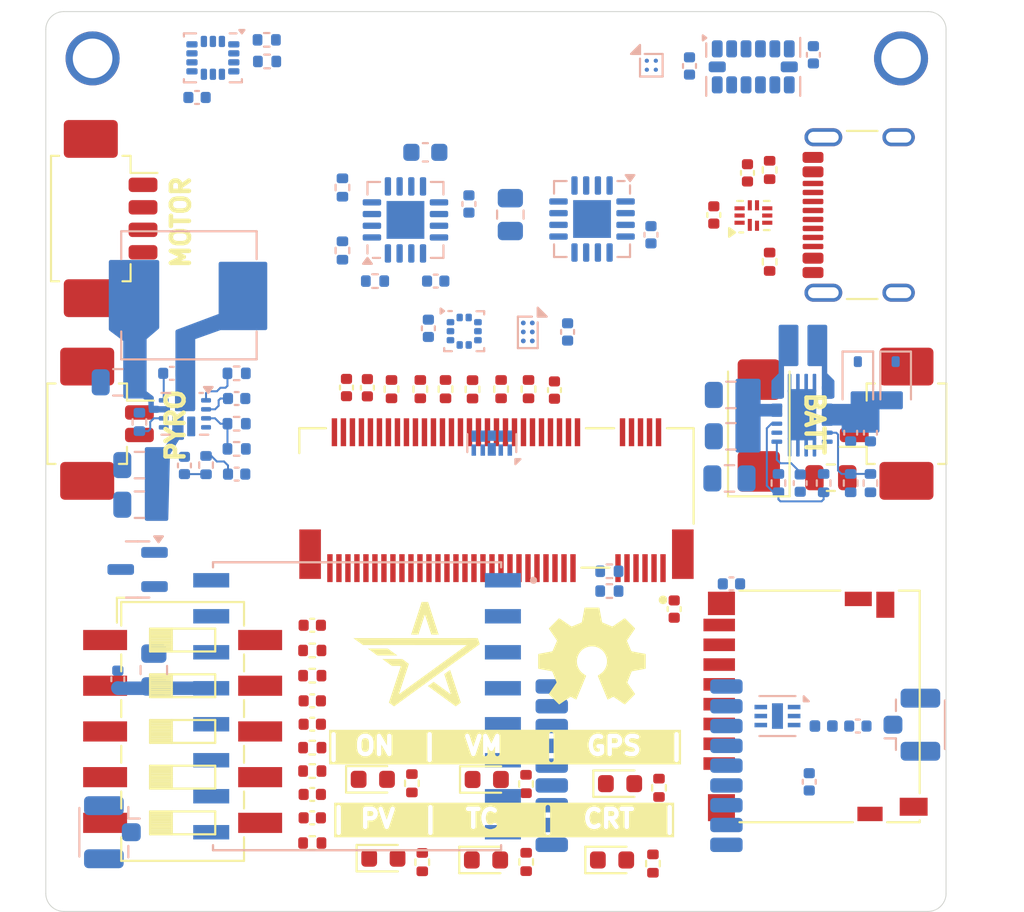
<source format=kicad_pcb>
(kicad_pcb (version 20240108) (generator "pcbnew") (generator_version "8.0")
  (layers (0 "F.Cu" signal) (1 "In1.Cu" signal) (2 "In2.Cu" signal) (3 "In3.Cu" signal) (4 "In4.Cu" signal) (5 "In5.Cu" signal) (6 "In6.Cu" signal) (31 "B.Cu" signal) (34 "B.Paste" user) (35 "F.Paste" user) (36 "B.SilkS" user "B.Silkscreen") (37 "F.SilkS" user "F.Silkscreen") (38 "B.Mask" user) (39 "F.Mask" user) (44 "Edge.Cuts" user))
  (net 0 "")
  (net 1 "+3.3V")
  (net 2 "Net-(U205-VINT)")
  (net 3 "/STM32/LORA-")
  (net 4 "Net-(U205-VCP)")
  (net 5 "Vm")
  (net 6 "Net-(J301-SHIELD)")
  (net 7 "Net-(J601-SHIELD)")
  (net 8 "Net-(D201-A)")
  (net 9 "Net-(D201-K)")
  (net 10 "Net-(D202-A)")
  (net 11 "Net-(D202-K)")
  (net 12 "Net-(D203-K)")
  (net 13 "Net-(D203-A)")
  (net 14 "+BATT")
  (net 15 "+5Vbus")
  (net 16 "/STM32/PYRO-")
  (net 20 "Net-(J601-CC1)")
  (net 21 "/Power Stage/USB_D-")
  (net 22 "/Power Stage/USB_D+")
  (net 24 "Net-(J601-CC2)")
  (net 25 "STM32_VBATT_SENSE")
  (net 26 "Net-(L601-Pad2)")
  (net 27 "Net-(L601-Pad1)")
  (net 28 "Net-(J201-Pin_1)")
  (net 29 "+3.3V RF")
  (net 30 "Net-(U201-SDX)")
  (net 31 "Net-(U201-SCX)")
  (net 32 "Net-(U205-BISEN)")
  (net 33 "Net-(U205-AISEN)")
  (net 34 "Net-(U205-~{SLEEP})")
  (net 39 "STM32_BOOT")
  (net 40 "STM32_RST")
  (net 46 "Net-(D603A-K)")
  (net 47 "Net-(U605-VINA)")
  (net 48 "Net-(U606-BOOT)")
  (net 49 "Net-(U606-SW)")
  (net 50 "Net-(U606-VCC)")
  (net 51 "Net-(C618-Pad1)")
  (net 52 "Net-(D605-A)")
  (net 53 "Net-(D606-A)")
  (net 54 "Net-(U605-FB)")
  (net 55 "Net-(U605-PS{slash}SYNC)")
  (net 56 "Net-(U606-FB)")
  (net 57 "Net-(U606-FSW)")
  (net 58 "Net-(U606-ILIM)")
  (net 59 "ESP32_BOOT")
  (net 60 "ESP32_RST")
  (net 61 "ESP32_EXT_1_GPIO")
  (net 62 "STM32_EXT_1_GPIO")
  (net 63 "STM32_EXT_2_GPIO")
  (net 64 "BATT_IN")
  (net 65 "STM32_PYRO_GPIO")
  (net 66 "STM32_SEC_SDA")
  (net 67 "STM32_SEC_SCL")
  (net 68 "STM32_IMU_SDA")
  (net 69 "STM32_IMU_SCL")
  (net 70 "STM32_STEPPER_nSLEEP")
  (net 71 "STM32_RDY_LSM_GPIO")
  (net 72 "STM32_RDY_LPS_GPIO")
  (net 73 "STM32_LORA_CS")
  (net 75 "STM32_LORA_RS")
  (net 77 "STM32_DATA_MISO")
  (net 78 "STM32_DATA_SCK")
  (net 79 "STM32_DATA_MOSI")
  (net 80 "STM32_STEPPER_B2_PWM")
  (net 81 "STM32_RDY_HDC_GPIO")
  (net 82 "STM32_STEPPER_A2_PWM")
  (net 83 "STM32_STEPPER_A1_PWM")
  (net 84 "STM32_STEPPER_B1_PWM")
  (net 85 "ESP32_uSD_SCL")
  (net 86 "ESP32_uSD_CD")
  (net 87 "ESP32_uSD_MOSI")
  (net 88 "ESP32_uSD_MISO")
  (net 89 "STM32_RDY_ADX_GPIO")
  (net 90 "STM32_STEPPER_nSLEEP_GPIO")
  (net 94 "Net-(AE202-A)")
  (net 95 "Net-(J202-Pin_2)")
  (net 96 "Net-(J202-Pin_1)")
  (net 97 "Net-(J202-Pin_4)")
  (net 98 "Net-(J202-Pin_3)")
  (net 99 "Net-(U606-COMP)")
  (net 100 "Net-(AE301-A)")
  (net 101 "Net-(C304-Pad1)")
  (net 102 "SW+")
  (net 103 "ESP32_D+")
  (net 104 "STM32_D+")
  (net 105 "STM32_D-")
  (net 106 "ESP32_D-")
  (net 107 "STM32_EN_VM")
  (net 108 "GND")
  (net 111 "Net-(D301-A)")
  (net 112 "Net-(U303-RFIN)")
  (net 113 "Net-(U302-1PPS)")
  (net 114 "Net-(U302-RX)")
  (net 115 "ESP32_TX")
  (net 116 "ESP32_RX")
  (net 117 "Net-(U302-TX)")
  (net 125 "Net-(U302-RF_IN)")
  (net 128 "Net-(J301-CMD)")
  (net 129 "Net-(J301-CLK)")
  (net 130 "Net-(J301-DAT0)")
  (net 131 "Net-(J301-DAT3{slash}CD)")
  (footprint "Capacitor_SMD:C_0402_1005Metric" (layer "F.Cu") (at 153.25 74.03 90)
    (property "Reference" "C202" (hide yes))
    (property "Value" "2u2")
  )
  (footprint "Connector_Molex:Molex_PicoBlade_53261-0271_1x02-1MP_P1.25mm_Horizontal" (layer "F.Cu") (at 172.3 75.9 90)
    (property "Reference" "J603" (hide yes))
    (property "Value" "W2B BATT")
  )
  (footprint "Capacitor_SMD:C_0402_1005Metric" (layer "F.Cu") (at 139.8 91.3)
    (property "Reference" "C402" (hide yes))
    (property "Value" "100n")
  )
  (footprint "Diode_SMD:D_0603_1608Metric" (layer "F.Cu") (at 143.749039 100.041733)
    (property "Reference" "D201" (hide yes))
    (property "Value" "LED_B")
  )
  (footprint "Resistor_SMD:R_0402_1005Metric" (layer "F.Cu") (at 159.056539 96.131733 90)
    (property "Reference" "R301" (hide yes))
    (property "Value" "1k")
  )
  (footprint "Resistor_SMD:R_0402_1005Metric" (layer "F.Cu") (at 144.2 73.98 -90)
    (property "Reference" "R204" (hide yes))
    (property "Value" "10K")
  )
  (footprint "Resistor_SMD:R_0402_1005Metric" (layer "F.Cu") (at 150.2875 73.98 -90)
    (property "Reference" "R216" (hide yes))
    (property "Value" "10K")
  )
  (footprint "Capacitor_SMD:C_0402_1005Metric" (layer "F.Cu") (at 139.8 92.6)
    (property "Reference" "C403" (hide yes))
    (property "Value" "100n")
  )
  (footprint "Capacitor_Tantalum_SMD:CP_EIA-6032-15_Kemet-U_Pad2.25x2.35mm_HandSolder" (layer "F.Cu") (at 164.6 76 90)
    (property "Reference" "C601" (hide yes))
    (property "Value" "100u")
  )
  (footprint "Diode_SMD:D_0603_1608Metric" (layer "F.Cu") (at 156.894039 95.901733)
    (property "Reference" "D301" (hide yes))
    (property "Value" "LED_B")
  )
  (footprint "Resistor_SMD:R_0402_1005Metric" (layer "F.Cu") (at 151.67 95.92 90)
    (property "Reference" "R619" (hide yes))
    (property "Value" "1k")
  )
  (footprint "Diode_SMD:D_0603_1608Metric" (layer "F.Cu") (at 143.1625 95.66)
    (property "Reference" "D605" (hide yes))
    (property "Value" "LED_B")
  )
  (footprint "Capacitor_SMD:C_0402_1005Metric" (layer "F.Cu") (at 163.97 61.96 -90)
    (property "Reference" "C605" (hide yes))
    (property "Value" "100n")
  )
  (footprint "Connector_USB:USB_C_Receptacle_GCT_USB4105-xx-A_16P_TopMnt_Horizontal" (layer "F.Cu") (at 171.29 64.3 90)
    (property "Reference" "J601" (hide yes))
    (property "Value" "USB_C_Receptacle_USB2.0_16P")
  )
  (footprint "Connector_Card:microSD_HC_Hirose_DM3D-SF" (layer "F.Cu") (at 167.75 91.61 -90)
    (property "Reference" "J301" (hide yes))
    (property "Value" "Micro_SD_Card_Det2")
  )
  (footprint "Resistor_SMD:R_0402_1005Metric" (layer "F.Cu") (at 151.81 73.98 90)
    (property "Reference" "R218" (hide yes))
    (property "Value" "10K")
  )
  (footprint "Capacitor_SMD:C_0402_1005Metric" (layer "F.Cu") (at 159.9 86.2 -90)
    (property "Reference" "C301" (hide yes))
    (property "Value" "100n")
  )
  (footprint "Connector_Molex:Molex_PicoBlade_53261-0471_1x04-1MP_P1.25mm_Horizontal" (layer "F.Cu") (at 128 64.5 -90)
    (property "Reference" "J202" (hide yes))
    (property "Value" "W2B STEPPER")
  )
  (footprint "Resistor_SMD:R_0402_1005Metric" (layer "F.Cu") (at 145.8 73.98 90)
    (property "Reference" "R210" (hide yes))
    (property "Value" "10K")
  )
  (footprint "Capacitor_SMD:C_0402_1005Metric" (layer "F.Cu") (at 139.8 97.8)
    (property "Reference" "C619" (hide yes))
    (property "Value" "100n")
  )
  (footprint "Package_DFN_QFN:UQFN-10_1.4x1.8mm_P0.4mm" (layer "F.Cu") (at 164.3 64.3315 90)
    (property "Reference" "U601" (hide yes))
    (property "Value" "TS3USB30ERSWR")
  )
  (footprint "Button_Switch_SMD:SW_DIP_SPSTx05_Slide_6.7x14.26mm_W8.61mm_P2.54mm_LowProfile" (layer "F.Cu") (at 132.6 93)
    (property "Reference" "SW401" (hide yes))
    (property "Value" "SW_DIP_x05")
  )
  (footprint "Connector_Molex:Molex_PicoBlade_53261-0271_1x02-1MP_P1.25mm_Horizontal" (layer "F.Cu") (at 127.8 75.9 -90)
    (property "Reference" "J201" (hide yes))
    (property "Value" "W2B PYRO")
  )
  (footprint "Resistor_SMD:R_0402_1005Metric" (layer "F.Cu") (at 145.3325 95.88 90)
    (property "Reference" "R612" (hide yes))
    (property "Value" "1k")
  )
  (footprint "Resistor_SMD:R_0402_1005Metric" (layer "F.Cu") (at 139.8 88.5)
    (property "Reference" "R401" (hide yes))
    (property "Value" "140k")
  )
  (footprint "Resistor_SMD:R_0402_1005Metric" (layer "F.Cu") (at 139.8 89.9)
    (property "Reference" "R402" (hide yes))
    (property "Value" "140k")
  )
  (footprint "Diode_SMD:D_0603_1608Metric" (layer "F.Cu") (at 149.449039 100.141733)
    (property "Reference" "D203" (hide yes))
    (property "Value" "LED_R")
  )
  (footprint "Capacitor_SMD:C_0402_1005Metric" (layer "F.Cu") (at 139.8 87.1)
    (property "Reference" "C401" (hide yes))
    (property "Value" "100n")
  )
  (footprint "Resistor_SMD:R_0402_1005Metric" (layer "F.Cu") (at 147.2 73.98 90)
    (property "Reference" "R209" (hide yes))
    (property "Value" "10K")
  )
  (footprint "Capacitor_SMD:C_0402_1005Metric" (layer "F.Cu") (at 162.1 64.3 90)
    (property "Reference" "C602" (hide yes))
    (property "Value" "100n")
  )
  (footprint "Resistor_SMD:R_0402_1005Metric" (layer "F.Cu") (at 148.7 73.99 -90)
    (property "Reference" "R205" (hide yes))
    (property "Value" "10K")
  )
  (footprint "Resistor_SMD:R_0402_1005Metric" (layer "F.Cu") (at 139.8 93.9)
    (property "Reference" "R403" (hide yes))
    (property "Value" "140k")
  )
  (footprint "Diode_SMD:D_0603_1608Metric" (layer "F.Cu") (at 156.449039 100.141733)
    (property "Reference" "D202" (hide yes))
    (property "Value" "LED_O")
  )
  (footprint "Resistor_SMD:R_0402_1005Metric" (layer "F.Cu") (at 165.2 61.8 -90)
    (property "Reference" "R604" (hide yes))
    (property "Value" "5k1")
  )
  (footprint "Resistor_SMD:R_0402_1005Metric" (layer "F.Cu") (at 165.2 66.9 90)
    (property "Reference" "R605" (hide yes))
    (property "Value" "5k1")
  )
  (footprint "Diode_SMD:D_0603_1608Metric" (layer "F.Cu") (at 149.49 95.67)
    (property "Reference" "D606" (hide yes))
    (property "Value" "LED_B")
  )
  (footprint "Capacitor_SMD:C_0402_1005Metric" (layer "F.Cu") (at 142.86 73.9 90)
    (property "Reference" "C502" (hide yes))
    (property "Value" "2u2")
  )
  (footprint "Capacitor_SMD:C_0402_1005Metric" (layer "F.Cu") (at 139.8 96.5)
    (property "Reference" "C404" (hide yes))
    (property "Value" "100n")
  )
  (footprint "Resistor_SMD:R_0402_1005Metric" (layer "F.Cu") (at 145.909039 100.261733 90)
    (property "Reference" "R201" (hide yes))
    (property "Value" "1k")
  )
  (footprint "Resistor_SMD:R_0402_1005Metric" (layer "F.Cu") (at 158.719039 100.341733 90)
    (property "Reference" "R202" (hide yes))
    (property "Value" "1k")
  )
  (footprint "Footprints:TE M.2 Key B" (layer "F.Cu") (at 150.03 78.65 180)
    (property "Reference" "U502" (hide yes))
    (property "Value" "~")
  )
  (footprint "MountingHole:MountingHole_2.2mm_M2" (layer "F.Cu") (at 172.5 55.6)
    (property "Reference" "H602" (hide yes))
    (property "Value" "Carry_C")
  )
  (footprint "Resistor_SMD:R_0402_1005Metric" (layer "F.Cu") (at 139.8 99.2)
    (property "Reference" "R608" (hide yes))
    (property "Value" "140k")
  )
  (footprint "Resistor_SMD:R_0805_2012Metric" (layer "F.Cu") (at 168.6 78.9)
    (property "Reference" "R610" (hide yes))
    (property "Value" "0R1")
  )
  (footprint "Resistor_SMD:R_0402_1005Metric" (layer "F.Cu") (at 139.8 95.2)
    (property "Reference" "R404" (hide yes))
    (property "Value" "140k")
  )
  (footprint "Capacitor_SMD:C_0402_1005Metric" (layer "F.Cu") (at 141.7 73.89 90)
    (property "Reference" "C501" (hide yes))
    (property "Value" "2u2")
  )
  (footprint "Resistor_SMD:R_0402_1005Metric" (layer "F.Cu") (at 151.679039 100.251733 90)
    (property "Reference" "R203" (hide yes))
    (property "Value" "1k")
  )
  (footprint "MountingHole:MountingHole_2.2mm_M2" (layer "F.Cu") (at 127.6 55.6)
    (property "Reference" "H605" (hide yes))
    (property "Value" "Carry_D")
  )
  (footprint "Package_LGA:LGA-14_3x5mm_P0.8mm_LayoutBorder1x6y" (layer "B.Cu") (at 164.29 56.07 -90)
    (property "Reference" "U208" (hide yes))
    (property "Value" "ADXL343")
  )
  (footprint "Resistor_SMD:R_0402_1005Metric" (layer "B.Cu") (at 169.7 79.2 -90)
    (property "Reference" "R614" (hide yes))
    (property "Value" "10K")
  )
  (footprint "Capacitor_SMD:C_0402_1005Metric" (layer "B.Cu") (at 160.75 56.02 -90)
    (property "Reference" "C208" (hide yes))
    (property "Value" "2u2")
  )
  (footprint "Capacitor_SMD:C_0402_1005Metric" (layer "B.Cu") (at 133.4 57.77)
    (property "Reference" "C203" (hide yes))
    (property "Value" "2u2")
  )
  (footprint "Resistor_SMD:R_0402_1005Metric" (layer "B.Cu") (at 168.2 79.2 -90)
    (property "Reference" "R613" (hide yes))
    (property "Value" "180k")
  )
  (footprint "Resistor_SMD:R_0402_1005Metric" (layer "B.Cu") (at 130.2 75.8 -90)
    (property "Reference" "R621" (hide yes))
    (property "Value" "100k")
  )
  (footprint "Resistor_SMD:R_0402_1005Metric" (layer "B.Cu") (at 135.6 75.9 180)
    (property "Reference" "R616" (hide yes))
    (property "Value" "82K")
  )
  (footprint "Capacitor_SMD:C_0402_1005Metric" (layer "B.Cu") (at 166.9 79.2 -90)
    (property "Reference" "C611" (hide yes))
    (property "Value" "100n")
  )
  (footprint "Resistor_SMD:R_0402_1005Metric" (layer "B.Cu") (at 133.9 78.2 90)
    (property "Reference" "R620" (hide yes))
    (property "Value" "240k")
  )
  (footprint "Footprints:ATGM336H" (layer "B.Cu") (at 157.9 94.9 180)
    (property "Reference" "U302" (hide yes))
    (property "Value" "~")
  )
  (footprint "Resistor_SMD:R_0402_1005Metric" (layer "B.Cu") (at 141.475 62.775 -90)
    (property "Reference" "R215" (hide yes))
    (property "Value" "DNP_Z_H")
  )
  (footprint "Capacitor_SMD:C_0805_2012Metric" (layer "B.Cu") (at 129 73.6 180)
    (property "Reference" "C614" (hide yes))
    (property "Value" "22u")
  )
  (footprint "Resistor_SMD:R_0402_1005Metric" (layer "B.Cu") (at 165.69 79.2 90)
    (property "Reference" "R611" (hide yes))
    (property "Value" "1M")
  )
  (footprint "Resistor_SMD:R_0402_1005Metric" (layer "B.Cu") (at 137.27 54.57 180)
    (property "Reference" "R206" (hide yes))
    (property "Value" "DNP_Z_H")
  )
  (footprint "Package_CSP:WLCSP-4-X1-WLB0909-4_0.89x0.89mm_P0.5mm" (layer "B.Cu") (at 158.63 55.98 -90)
    (property "Reference" "U207" (hide yes))
    (property "Value" "QMC6309")
  )
  (footprint "Resistor_SMD:R_0805_2012Metric" (layer "B.Cu") (at 150.8 64.28 -90)
    (property "Reference" "R207" (hide yes))
    (property "Value" "0R1")
  )
  (footprint "Capacitor_SMD:C_0402_1005Metric" (layer "B.Cu") (at 163.08 84.8 180)
    (property "Reference" "C302" (hide yes))
    (property "Value" "10u")
  )
  (footprint "Footprints:MODULE_RFM96W-433S2" (layer "B.Cu") (at 142.2875 91.6 180)
    (property "Reference" "U204" (hide yes))
    (property "Value" "RFM96W-315S2")
  )
  (footprint "Capacitor_SMD:C_0805_2012Metric" (layer "B.Cu") (at 162.97 78.94 180)
    (property "Reference" "C610" (hide yes))
    (property "Value" "22u")
  )
  (footprint "Package_BGA:Texas_DSBGA-6_0.9x1.4mm_Layout2x3_P0.5mm" (layer "B.Cu") (at 151.77 70.8 180)
    (property "Reference" "U206" (hide yes))
    (property "Value" "HDC2010YPAR")
  )
  (footprint "Capacitor_SMD:C_0805_2012Metric" (layer "B.Cu") (at 130.2 80.4 180)
    (property "Reference" "C613" (hide yes))
    (property "Value" "22u")
  )
  (footprint "Package_DFN_QFN:Diodes_UDFN-10_1.0x2.5mm_P0.5mm" (layer "B.Cu") (at 149.77 76.9775 90)
    (property "Reference" "U301" (hide yes))
    (property "Value" "~")
  )
  (footprint "Capacitor_SMD:C_0603_1608Metric" (layer "B.Cu") (at 146.08 60.82 180)
    (property "Reference" "C206" (hide yes))
    (property "Value" "10u")
  )
  (footprint "Package_LGA:LGA-14_3x2.5mm_P0.5mm_LayoutBorder3x4y" (layer "B.Cu") (at 134.28 55.57 180)
    (property "Reference" "U201" (hide yes))
    (property "Value" "LSM6DSM")
  )
  (footprint "Package_DFN_QFN:Texas_VQFN-RNR0011A-11" (layer "B.Cu") (at 132.725 75.35 180)
    (property "Reference" "U606" (hide yes))
    (property "Value" "TPS61089")
  )
  (footprint "Capacitor_SMD:C_0402_1005Metric" (layer "B.Cu") (at 129 90.1 -90)
    (property "Reference" "C205" (hide yes))
    (property "Value" "2u2")
  )
  (footprint "Package_DFN_QFN:Texas_RGV0016A_VQFN-16-1EP_4x4mm_P0.65mm_EP2.1x2.1mm" (layer "B.Cu") (at 155.3375 64.525 180)
    (property "Reference" "U203" (hide yes))
    (property "Value" "INA3221")
  )
  (footprint "Capacitor_SMD:C_0805_2012Metric" (layer "B.Cu") (at 163.05 76.6 180)
    (property "Reference" "C609" (hide yes))
    (property "Value" "22u")
  )
  (footprint "Resistor_SMD:R_0402_1005Metric" (layer "B.Cu") (at 135.6 73.1)
    (property "Reference" "R618" (hide yes))
    (property "Value" "82k")
  )
  (footprint "Package_LGA:ST_HLGA-10_2x2mm_P0.5mm_LayoutBorder3x2y" (layer "B.Cu") (at 148.2375 70.76 -90)
    (property "Reference" "U202" (hide yes))
    (property "Value" "LPS22HH")
  )
  (footprint "Resistor_SMD:R_0402_1005Metric" (layer "B.Cu") (at 141.475 66.275 90)
    (property "Reference" "R214" (hide yes))
    (property "Value" "DNP_Z_H")
  )
  (footprint "Resistor_SMD:R_0402_1005Metric" (layer "B.Cu") (at 143.285 67.975)
    (property "Reference" "R213" (hide yes))
    (property "Value" "10K")
  )
  (footprint "Capacitor_SMD:C_0402_1005Metric" (layer "B.Cu") (at 167.4 95.8 -90)
    (property "Reference" "C303" (hide yes))
    (property "Value" "100n")
  )
  (footprint "Capacitor_SMD:C_0402_1005Metric" (layer "B.Cu") (at 169.7 76.4 -90)
    (property "Reference" "C606" (hide yes))
    (property "Value" "10u")
  )
  (footprint "Package_DFN_QFN:Texas_RTY_WQFN-16-1EP_4x4mm_P0.65mm_EP2.1x2.1mm" (layer "B.Cu") (at 144.975 64.575)
    (property "Reference" "U205" (hide yes))
    (property "Value" "DRV8833RTY")
  )
  (footprint "Capacitor_SMD:C_0805_2012Metric" (layer "B.Cu") (at 163.05 74.3 180)
    (property "Reference" "C608" (hide yes))
    (property "Value" "22u")
  )
  (footprint "Capacitor_SMD:C_0402_1005Metric" (layer "B.Cu") (at 135.6 78.7)
    (property "Reference" "C616" (hide yes))
    (property "Value" "33p")
  )
  (footprint "Resistor_SMD:R_0402_1005Metric" (layer "B.Cu") (at 156.3 85.2)
    (property "Reference" "R303" (hide yes))
    (property "Value" "DNP_Z_H")
  )
  (footprint "Capacitor_SMD:C_0805_2012Metric" (layer "B.Cu") (at 130.2 78.2 180)
    (property "Reference" "C612" (hide yes))
    (property "Value" "22u")
  )
  (footprint "Capacitor_SMD:C_0402_1005Metric" (layer "B.Cu") (at 158.61 65.4 90)
    (property "Reference" "C201" (hide yes))
    (property "Value" "2u2")
  )
  (footprint "Footprints:TPS63020DSJR" (layer "B.Cu") (at 167 75.4 90)
    (property "Reference" "U605" (hide yes))
    (property "Value" "TPS63020DSJR")
  )
  (footprint "Capacitor_SMD:C_0402_1005Metric" (layer "B.Cu") (at 135.6 74.5)
    (property "Reference" "C617" (hide yes))
    (property "Value" "2u2")
  )
  (footprint "Resistor_SMD:R_0805_2012Metric" (layer "B.Cu") (at 131 89.5875 -90)
    (property "Reference" "R212" (hide yes))
    (property "Value" "0R56")
  )
  (footprint "Capacitor_SMD:C_0402_1005Metric" (layer "B.Cu") (at 170.1 92.7)
    (property "Reference" "C304" (hide yes))
    (property "Value" "470p")
  )
  (footprint "Diode_SMD:D_SOD-323" (layer "B.Cu") (at 170.1 73.5 -90)
    (property "Reference" "D604" (hide yes))
    (property "Value" "CUS10S30")
  )
  (footprint "Capacitor_SMD:C_0402_1005Metric" (layer "B.Cu") (at 148.5 63.69 -90)
    (property "Reference" "C207" (hide yes))
    (property "Value" "100n")
  )
  (footprint "Capacitor_SMD:C_0402_1005Metric" (layer "B.Cu") (at 132 73.1 180)
    (property "Reference" "C615" (hide yes))
    (property "Value" "100n")
  )
  (footprint "Inductor_SMD:L_Sunlord_MWSA0605S" (layer "B.Cu") (at 132.95 68.765)
    (property "Reference" "L602" (hide yes))
    (property "Value" "2u2")
  )
  (footprint "Package_DFN_QFN:DFN-6-1EP_2x2mm_P0.5mm_EP0.61x1.42mm" (layer "B.Cu") (at 165.635 92.145 180)
    (property "Reference" "U303" (hide yes))
    (property "Value" "~")
  )
  (footprint "Capacitor_SMD:C_0402_1005Metric" (layer "B.Cu") (at 170.8 76.4 -90)
    (property "Reference" "C607" (hide yes))
    (property "Value" "10u")
  )
  (footprint "Connector_Coaxial:U.FL_Hirose_U.FL-R-SMT-1_Vertical" (layer "B.Cu") (at 173.1 92.625)
    (property "Reference" "AE301" (hide yes))
    (property "Value" "Antenna_Shield")
  )
  (footprint "Inductor_SMD:L_0402_1005Metric" (layer "B.Cu") (at 168.2 92.7)
    (property "Reference" "L301" (hide yes))
    (property "Value" "6.8n")
  )
  (footprint "Capacitor_SMD:C_0402_1005Metric" (layer "B.Cu") (at 132.7 78.22 90)
    (property "Reference" "C618" (hide yes))
    (property "Value" "1n")
  )
  (footprint "Package_TO_SOT_SMD:SOT-23" (layer "B.Cu") (at 130.1 84 180)
    (property "Reference" "Q201" (hide yes))
    (property "Value" "NMOS")
  )
  (footprint "Resistor_SMD:R_0402_1005Metric" (layer "B.Cu") (at 170.8 79.2 90)
    (property "Reference" "R615" (hide yes))
    (property "Value" "DNP_Z_H")
  )
  (footprint "Resistor_SMD:R_0402_1005Metric" (layer "B.Cu") (at 156.3 84.1 180)
    (property "Reference" "R302" (hide yes))
    (property "Value" "DNP_Z_H")
  )
  (footprint "Diode_SMD:D_SOD-323" (layer "B.Cu") (at 172.2 73.5 -90)
    (property "Reference" "D603" (hide yes))
    (property "Value" "CUS10S30")
  )
  (footprint "Capacitor_SMD:C_0402_1005Metric" (layer "B.Cu") (at 153.98 70.8 -90)
    (property "Reference" "C209" (hide yes))
    (property "Value" "2u2")
  )
  (footprint "Footprints:Inductor SLO201610T1R5MTT" (layer "B.Cu") (at 167 71.4 180)
    (property "Reference" "L601" (hide yes))
    (property "Value" "1u5")
  )
  (footprint "Resistor_SMD:R_0402_1005Metric" (layer "B.Cu") (at 135.6 77.3)
    (property "Reference" "R617" (hide yes))
    (property "Value" "740k")
  )
  (footprint "Resistor_SMD:R_0402_1005Metric" (layer "B.Cu") (at 137.29 55.77 180)
    (property "Reference" "R208" (hide yes))
    (property "Value" "DNP_Z_H")
  )
  (footprint "Capacitor_SMD:C_0402_1005Metric" (layer "B.Cu") (at 146.2475 70.5975 -90)
    (property "Reference" "C210" (hide yes))
    (property "Value" "2u2")
  )
  (footprint "Capacitor_SMD:C_0402_1005Metric" (layer "B.Cu") (at 167.63 55.4 -90)
    (property "Reference" "C211" (hide yes))
    (property "Value" "2u2")
  )
  (footprint "Connector_Coaxial:U.FL_Hirose_U.FL-R-SMT-1_Vertical" (layer "B.Cu") (at 128.7 98.6 180)
    (property "Reference" "AE202" (hide yes))
    (property "Value" "Antenna_Shield")
  )
  (footprint "Capacitor_SMD:C_0402_1005Metric" (layer "B.Cu") (at 146.655 67.975)
    (property "Reference" "C204" (hide yes))
    (property "Value" "2u2")
  )
  (gr_poly (pts (xy 155.712424 86.116571) (xy 155.714123 86.116698) (xy 155.715813 86.116905) (xy 155.717493 86.117192) (xy 155.719159 86.117557) (xy 155.720809 86.117997) (xy 155.722441 86.118511) (xy 155.724052 86.119095) (xy 155.725639 86.119749) (xy 155.727199 86.12047) (xy 155.728732 86.121255) (xy 155.730233 86.122104) (xy 155.731701 86.123012) (xy 155.733132 86.123981) (xy 155.734526 86.125005) (xy 155.735877 86.126084) (xy 155.737186 86.127215) (xy 155.738448 86.128398) (xy 155.739661 86.129627) (xy 155.740822 86.130904) (xy 155.741931 86.132224) (xy 155.742983 86.133586) (xy 155.743977 86.134988) (xy 155.744908 86.136428) (xy 155.745777 86.137905) (xy 155.746579 86.139414) (xy 155.747312 86.140955) (xy 155.747973 86.142525) (xy 155.748562 86.144124) (xy 155.749072 86.145747) (xy 155.749506 86.147393) (xy 155.749857 86.149061) (xy 155.891055 86.907844) (xy 155.891411 86.909525) (xy 155.891845 86.911212) (xy 155.892931 86.914592) (xy 155.894293 86.917961) (xy 155.895914 86.921297) (xy 155.897773 86.924579) (xy 155.899852 86.927785) (xy 155.902132 86.930892) (xy 155.904593 86.933877) (xy 155.907217 86.93672) (xy 155.909985 86.939398) (xy 155.912876 86.94189) (xy 155.915874 86.944173) (xy 155.918958 86.946225) (xy 155.922111 86.948023) (xy 155.923706 86.948821) (xy 155.925311 86.949547) (xy 155.926923 86.950199) (xy 155.92854 86.950774) (xy 156.437102 87.158956) (xy 156.440271 87.160347) (xy 156.443628 87.161509) (xy 156.447147 87.162443) (xy 156.450797 87.163153) (xy 156.454548 87.16364) (xy 156.458373 87.163905) (xy 156.46224 87.163952) (xy 156.466122 87.163782) (xy 156.469987 87.163397) (xy 156.473807 87.162797) (xy 156.477554 87.161989) (xy 156.481195 87.160971) (xy 156.484703 87.159746) (xy 156.48805 87.158316) (xy 156.491203 87.156684) (xy 156.494136 87.154851) (xy 157.128054 86.719832) (xy 157.129482 86.718902) (xy 157.130952 86.718045) (xy 157.13246 86.717259) (xy 157.134006 86.716546) (xy 157.135584 86.715903) (xy 157.13719 86.715332) (xy 157.138823 86.714832) (xy 157.140479 86.714402) (xy 157.142155 86.714043) (xy 157.143848 86.713753) (xy 157.147269 86.713384) (xy 157.150717 86.713292) (xy 157.154165 86.713473) (xy 157.15759 86.713927) (xy 157.160964 86.71465) (xy 157.164262 86.715641) (xy 157.165875 86.716235) (xy 157.167458 86.716895) (xy 157.16901 86.717622) (xy 157.170525 86.718413) (xy 157.172004 86.71927) (xy 157.173441 86.720191) (xy 157.174831 86.721177) (xy 157.176175 86.722227) (xy 157.177467 86.723341) (xy 157.178704 86.724519) (xy 157.71257 87.258384) (xy 157.713746 87.259622) (xy 157.714859 87.260914) (xy 157.715908 87.262257) (xy 157.716893 87.26365) (xy 157.717813 87.265088) (xy 157.718667 87.266566) (xy 157.720179 87.269637) (xy 157.721429 87.272836) (xy 157.722415 87.276138) (xy 157.723133 87.279517) (xy 157.723581 87.282945) (xy 157.723759 87.286398) (xy 157.723665 87.289851) (xy 157.723295 87.293275) (xy 157.722648 87.296646) (xy 157.721724 87.299938) (xy 157.721156 87.301546) (xy 157.720517 87.303125) (xy 157.719809 87.304671) (xy 157.719029 87.306181) (xy 157.718178 87.307651) (xy 157.717256 87.30908) (xy 157.289824 87.932063) (xy 157.287978 87.935009) (xy 157.286341 87.938168) (xy 157.284915 87.941511) (xy 157.2837 87.945011) (xy 157.282699 87.94864) (xy 157.281913 87.952368) (xy 157.281344 87.956165) (xy 157.280993 87.960005) (xy 157.280863 87.963859) (xy 157.280955 87.967695) (xy 157.28127 87.971489) (xy 157.28181 87.975208) (xy 157.282577 87.978827) (xy 157.283571 87.982314) (xy 157.284797 87.985643) (xy 157.286253 87.988784) (xy 157.511125 88.513411) (xy 157.51241 88.516633) (xy 157.513988 88.519825) (xy 157.515837 88.522968) (xy 157.517936 88.526044) (xy 157.520262 88.529034) (xy 157.522794 88.531917) (xy 157.52551 88.534677) (xy 157.528386 88.537292) (xy 157.531401 88.539745) (xy 157.534534 88.542017) (xy 157.537761 88.544087) (xy 157.541061 88.545938) (xy 157.544411 88.54755) (xy 157.547791 88.548905) (xy 157.551176 88.549983) (xy 157.554547 88.550763) (xy 158.288161 88.687187) (xy 158.289825 88.687546) (xy 158.291468 88.687986) (xy 158.293089 88.688504) (xy 158.294684 88.689097) (xy 158.296252 88.689764) (xy 158.297792 88.690502) (xy 158.2993 88.691307) (xy 158.300775 88.692179) (xy 158.303616 88.69411) (xy 158.306299 88.696274) (xy 158.308806 88.698651) (xy 158.311121 88.701221) (xy 158.313226 88.703966) (xy 158.315107 88.706864) (xy 158.316743 88.709896) (xy 158.317465 88.711456) (xy 158.318121 88.713042) (xy 158.318706 88.714652) (xy 158.31922 88.716282) (xy 158.319662 88.717931) (xy 158.320027 88.719597) (xy 158.320316 88.721275) (xy 158.320524 88.722966) (xy 158.320651 88.724664) (xy 158.320693 88.726368) (xy 158.320604 89.481401) (xy 158.320561 89.483107) (xy 158.320434 89.484806) (xy 158.320226 89.486498) (xy 158.319938 89.488179) (xy 158.319572 89.489847) (xy 158.319132 89.491499) (xy 158.318616 89.493133) (xy 158.318031 89.494747) (xy 158.317375 89.496336) (xy 158.316654 89.497901) (xy 158.315867 89.499437) (xy 158.315017 89.500941) (xy 158.314106 89.502413) (xy 158.313138 89.503847) (xy 158.312112 89.505244) (xy 158.311032 89.506599) (xy 158.309899 89.50791) (xy 158.308717 89.509175) (xy 158.307485 89.51039) (xy 158.306209 89.511555) (xy 158.304889 89.512666) (xy 158.303527 89.51372) (xy 158.302124 89.514714) (xy 158.300686 89.515647) (xy 158.29921 89.516516) (xy 158.297702 89.517318) (xy 158.296163 89.51805) (xy 158.294594 89.518712) (xy 158.292999 89.519297) (xy 158.291379 89.519807) (xy 158.289735 89.520235) (xy 158.288071 89.520584) (xy 157.572487 89.653748) (xy 157.570804 89.654093) (xy 157.569115 89.654518) (xy 157.567426 89.655017) (xy 157.565738 89.655588) (xy 157.56238 89.656942) (xy 157.55906 89.65856) (xy 157.555801 89.66042) (xy 157.552623 89.662505) (xy 157.549548 89.664795) (xy 157.546598 89.66727) (xy 157.543795 89.66991) (xy 157.541158 89.672696) (xy 157.53871 89.675607) (xy 157.536471 89.678625) (xy 157.534466 89.68173) (xy 157.532712 89.684902) (xy 157.531232 89.688121) (xy 157.530602 89.689742) (xy 157.530048 89.691368) (xy 157.306649 90.249422) (xy 157.305258 90.252596) (xy 157.304099 90.255957) (xy 157.303169 90.259477) (xy 157.302465 90.263126) (xy 157.301985 90.266876) (xy 157.301728 90.270697) (xy 157.301689 90.274558) (xy 157.301868 90.278434) (xy 157.302261 90.282293) (xy 157.302867 90.286107) (xy 157.303684 90.289847) (xy 157.304708 90.293483) (xy 157.305939 90.296986) (xy 157.307373 90.300328) (xy 157.309008 90.303479) (xy 157.310843 90.30641) (xy 157.717345 90.89878) (xy 157.71827 90.900208) (xy 157.719125 90.901679) (xy 157.719908 90.903189) (xy 157.720619 90.904734) (xy 157.721259 90.906313) (xy 157.721828 90.907921) (xy 157.722328 90.909556) (xy 157.722756 90.911213) (xy 157.723115 90.912891) (xy 157.723404 90.914585) (xy 157.723773 90.918009) (xy 157.723867 90.921461) (xy 157.723687 90.924914) (xy 157.723236 90.928343) (xy 157.722516 90.931721) (xy 157.721528 90.935023) (xy 157.720935 90.936638) (xy 157.720276 90.938222) (xy 157.71955 90.939775) (xy 157.71876 90.941293) (xy 157.717905 90.942772) (xy 157.716985 90.944209) (xy 157.715999 90.945602) (xy 157.71495 90.946946) (xy 157.713836 90.948238) (xy 157.712659 90.949476) (xy 157.178704 91.483341) (xy 157.177475 91.48451) (xy 157.176189 91.485617) (xy 157.174852 91.48666) (xy 157.173466 91.487639) (xy 157.172033 91.488555) (xy 157.170559 91.489406) (xy 157.167495 91.490915) (xy 157.164302 91.492163) (xy 157.161003 91.493149) (xy 157.157627 91.49387) (xy 157.154199 91.494324) (xy 157.150745 91.494509) (xy 157.147292 91.494423) (xy 157.143865 91.494063) (xy 157.140492 91.493426) (xy 157.137198 91.492511) (xy 157.135589 91.491948) (xy 157.134009 91.491315) (xy 157.132463 91.490611) (xy 157.130953 91.489836) (xy 157.129482 91.488989) (xy 157.128054 91.488071) (xy 156.54617 91.088665) (xy 156.543244 91.086852) (xy 156.54011 91.085261) (xy 156.536796 91.083893) (xy 156.533331 91.08275) (xy 156.529743 91.081831) (xy 156.526061 91.081137) (xy 156.522313 91.080672) (xy 156.518529 91.080431) (xy 156.514738 91.080421) (xy 156.510967 91.080638) (xy 156.507246 91.081084) (xy 156.503602 91.081762) (xy 156.500066 91.08267) (xy 156.496666 91.083811) (xy 156.493429 91.085184) (xy 156.490387 91.086791) (xy 156.233785 91.223794) (xy 156.232251 91.224524) (xy 156.230704 91.225166) (xy 156.229147 91.225719) (xy 156.227582 91.226187) (xy 156.226012 91.22657) (xy 156.224441 91.226869) (xy 156.22287 91.227084) (xy 156.221303 91.227216) (xy 156.219741 91.227268) (xy 156.218188 91.227239) (xy 156.216646 91.227131) (xy 156.215119 91.226945) (xy 156.213608 91.22668) (xy 156.212116 91.22634) (xy 156.210647 91.225925) (xy 156.209201 91.225434) (xy 156.207783 91.22487) (xy 156.206395 91.224234) (xy 156.205041 91.223527) (xy 156.20372 91.222748) (xy 156.202439 91.221901) (xy 156.201198 91.220984) (xy 156.2 91.22) (xy 156.198849 91.21895) (xy 156.197746 91.217833) (xy 156.196694 91.216652) (xy 156.195697 91.215408) (xy 156.194756 91.2141) (xy 156.193874 91.212732) (xy 156.193055 91.211302) (xy 156.1923 91.209813) (xy 156.191613 91.208264) (xy 155.662523 89.929807) (xy 155.661912 89.928216) (xy 155.66138 89.926602) (xy 155.66093 89.924965) (xy 155.660558 89.923312) (xy 155.660265 89.921642) (xy 155.660047 89.919959) (xy 155.659907 89.918269) (xy 155.659842 89.916571) (xy 155.65985 89.914872) (xy 155.65993 89.913171) (xy 155.660083 89.911475) (xy 155.660306 89.909783) (xy 155.660599 89.908102) (xy 155.660962 89.906433) (xy 155.661391 89.904778) (xy 155.661887 89.903143) (xy 155.662449 89.901528) (xy 155.663075 89.899939) (xy 155.663765 89.898377) (xy 155.664518 89.896846) (xy 155.665332 89.895348) (xy 155.666207 89.893887) (xy 155.667141 89.892465) (xy 155.668133 89.891086) (xy 155.669183 89.889755) (xy 155.670289 89.888471) (xy 155.671451 89.88724) (xy 155.672666 89.886062) (xy 155.673936 89.884944) (xy 155.675257 89.883886) (xy 155.67663 89.882894) (xy 155.678053 89.881968) (xy 155.74227 89.842697) (xy 155.746906 89.839739) (xy 155.751846 89.836367) (xy 155.757002 89.832657) (xy 155.76228 89.828678) (xy 155.76759 89.824506) (xy 155.772838 89.820212) (xy 155.777936 89.815867) (xy 155.78279 89.811548) (xy 155.825301 89.782449) (xy 155.865872 89.750856) (xy 155.904391 89.716879) (xy 155.94075 89.680625) (xy 155.974836 89.642207) (xy 156.006539 89.601733) (xy 156.035748 89.559314) (xy 156.062353 89.51506) (xy 156.086242 89.469082) (xy 156.107305 89.421491) (xy 156.125433 89.372393) (xy 156.140512 89.321901) (xy 156.152433 89.270125) (xy 156.161085 89.217175) (xy 156.166358 89.16316) (xy 156.168139 89.108192) (xy 156.167054 89.065221) (xy 156.163829 89.022816) (xy 156.15852 88.981026) (xy 156.151176 88.939906) (xy 156.141853 88.899508) (xy 156.130601 88.859884) (xy 156.117474 88.821085) (xy 156.102523 88.783167) (xy 156.085802 88.746179) (xy 156.067363 88.710175) (xy 156.047257 88.675208) (xy 156.025539 88.641329) (xy 156.00226 88.608592) (xy 155.977473 88.577048) (xy 155.951229 88.546751) (xy 155.923581 88.517752) (xy 155.894584 88.490103) (xy 155.864287 88.463859) (xy 155.832745 88.439071) (xy 155.800009 88.415791) (xy 155.766133 88.394072) (xy 155.731167 88.373967) (xy 155.695165 88.355527) (xy 155.65818 88.338806) (xy 155.620263 88.323855) (xy 155.581468 88.310727) (xy 155.541846 88.299476) (xy 155.501451 88.290152) (xy 155.460334 88.282809) (xy 155.418549 88.277499) (xy 155.376147 88.274275) (xy 155.333181 88.273188) (xy 155.290215 88.274275) (xy 155.247813 88.277499) (xy 155.206026 88.282809) (xy 155.164907 88.290152) (xy 155.12451 88.299476) (xy 155.084886 88.310727) (xy 155.046088 88.323855) (xy 155.008169 88.338806) (xy 154.971179 88.355527) (xy 154.935175 88.373967) (xy 154.900204 88.394072) (xy 154.866324 88.415791) (xy 154.833584 88.439071) (xy 154.802038 88.463859) (xy 154.771738 88.490103) (xy 154.742735 88.517752) (xy 154.715084 88.546751) (xy 154.688837 88.577048) (xy 154.664045 88.608592) (xy 154.640762 88.641329) (xy 154.61904 88.675208) (xy 154.598931 88.710175) (xy 154.580488 88.746179) (xy 154.563764 88.783167) (xy 154.54881 88.821085) (xy 154.53568 88.859884) (xy 154.524426 88.899508) (xy 154.5151 88.939906) (xy 154.507755 88.981026) (xy 154.502445 89.022816) (xy 154.499219 89.065221) (xy 154.498132 89.108192) (xy 154.498581 89.135788) (xy 154.499916 89.16316) (xy 154.502124 89.190294) (xy 154.505191 89.217175) (xy 154.509103 89.243789) (xy 154.513847 89.270125) (xy 154.519408 89.296167) (xy 154.525774 89.321901) (xy 154.532929 89.347315) (xy 154.540859 89.372393) (xy 154.549552 89.397122) (xy 154.558992 89.421491) (xy 154.569168 89.445482) (xy 154.580063 89.469082) (xy 154.603959 89.51506) (xy 154.63057 89.559314) (xy 154.659783 89.601733) (xy 154.691491 89.642207) (xy 154.725579 89.680625) (xy 154.761938 89.716879) (xy 154.800456 89.750856) (xy 154.841022 89.782449) (xy 154.883526 89.811548) (xy 154.88841 89.815867) (xy 154.89353 89.820212) (xy 154.898796 89.824506) (xy 154.904115 89.828678) (xy 154.9094 89.832657) (xy 154.914559 89.836367) (xy 154.919501 89.839739) (xy 154.924136 89.842697) (xy 154.988353 89.881968) (xy 154.98978 89.882894) (xy 154.991157 89.883886) (xy 154.992481 89.884944) (xy 154.993755 89.886062) (xy 154.994972 89.88724) (xy 154.996137 89.888471) (xy 154.998297 89.891087) (xy 155.000227 89.893887) (xy 155.001917 89.896846) (xy 155.00336 89.899939) (xy 155.004547 89.903143) (xy 155.005471 89.906433) (xy 155.00612 89.909783) (xy 155.006491 89.913171) (xy 155.006571 89.916571) (xy 155.006355 89.919959) (xy 155.006133 89.921642) (xy 155.005833 89.923312) (xy 155.005455 89.924965) (xy 155.004997 89.926602) (xy 155.004459 89.928216) (xy 155.003839 89.929807) (xy 154.474749 91.208264) (xy 154.474065 91.209813) (xy 154.473314 91.211302) (xy 154.472496 91.212732) (xy 154.471617 91.2141) (xy 154.470677 91.215408) (xy 154.46968 91.216652) (xy 154.468629 91.217833) (xy 154.467526 91.21895) (xy 154.466374 91.22) (xy 154.465175 91.220984) (xy 154.463933 91.221901) (xy 154.462651 91.222748) (xy 154.46133 91.223527) (xy 154.459974 91.224234) (xy 154.458585 91.22487) (xy 154.457166 91.225434) (xy 154.45572 91.225925) (xy 154.454249 91.22634) (xy 154.452757 91.22668) (xy 154.451245 91.226945) (xy 154.449718 91.227131) (xy 154.448177 91.227239) (xy 154.446625 91.227268) (xy 154.445065 91.227216) (xy 154.443499 91.227084) (xy 154.441932 91.226869) (xy 154.440364 91.22657) (xy 154.438799 91.226187) (xy 154.43724 91.225719) (xy 154.435688 91.225166) (xy 154.434147 91.224524) (xy 154.432621 91.223794) (xy 154.176019 91.086791) (xy 154.172968 91.085184) (xy 154.169725 91.083811) (xy 154.166319 91.08267) (xy 154.162778 91.081762) (xy 154.159132 91.081084) (xy 154.155408 91.080638) (xy 154.151636 91.080421) (xy 154.147843 91.080431) (xy 154.14406 91.080672) (xy 154.140314 91.081137) (xy 154.136635 91.081831) (xy 154.133051 91.08275) (xy 154.129589 91.083893) (xy 154.126282 91.085261) (xy 154.123154 91.086852) (xy 154.120236 91.088665) (xy 153.538352 91.488071) (xy 153.536924 91.488989) (xy 153.535453 91.489836) (xy 153.533943 91.490611) (xy 153.532397 91.491315) (xy 153.530818 91.491948) (xy 153.529208 91.492511) (xy 153.527572 91.493003) (xy 153.525914 91.493426) (xy 153.522541 91.494063) (xy 153.519114 91.494423) (xy 153.515662 91.494509) (xy 153.512207 91.494324) (xy 153.508779 91.49387) (xy 153.505403 91.493149) (xy 153.502104 91.492163) (xy 153.500493 91.491571) (xy 153.498911 91.490915) (xy 153.497361 91.490192) (xy 153.495847 91.489406) (xy 153.494373 91.488555) (xy 153.49294 91.487639) (xy 153.491554 91.48666) (xy 153.490217 91.485617) (xy 153.488931 91.48451) (xy 153.487702 91.483341) (xy 152.953703 90.949476) (xy 152.952529 90.948238) (xy 152.951419 90.946946) (xy 152.950372 90.945602) (xy 152.94939 90.944209) (xy 152.948471 90.942772) (xy 152.947618 90.941293) (xy 152.946105 90.938222) (xy 152.944854 90.935023) (xy 152.943866 90.931721) (xy 152.943144 90.928343) (xy 152.94269 90.924914) (xy 152.942509 90.921461) (xy 152.9426 90.918009) (xy 152.942966 90.914585) (xy 152.943612 90.911213) (xy 152.944536 90.907921) (xy 152.945104 90.906313) (xy 152.945744 90.904734) (xy 152.946454 90.903189) (xy 152.947236 90.901679) (xy 152.948091 90.900208) (xy 152.949017 90.89878) (xy 153.355474 90.30641) (xy 153.357323 90.303479) (xy 153.358971 90.300328) (xy 153.360414 90.296986) (xy 153.361653 90.293483) (xy 153.362683 90.289847) (xy 153.363503 90.286107) (xy 153.364111 90.282293) (xy 153.364505 90.278434) (xy 153.364683 90.274558) (xy 153.364644 90.270697) (xy 153.364384 90.266876) (xy 153.363902 90.263126) (xy 153.363196 90.259477) (xy 153.362263 90.255957) (xy 153.361104 90.252596) (xy 153.359714 90.249422) (xy 153.136358 89.691369) (xy 153.135808 89.689743) (xy 153.13518 89.688122) (xy 153.133702 89.684902) (xy 153.131945 89.68173) (xy 153.129932 89.678625) (xy 153.127686 89.675607) (xy 153.125228 89.672696) (xy 153.122579 89.66991) (xy 153.119763 89.66727) (xy 153.1168 89.664796) (xy 153.113714 89.662507) (xy 153.110526 89.66042) (xy 153.107258 89.65856) (xy 153.103933 89.656943) (xy 153.100572 89.655588) (xy 153.097196 89.654518) (xy 153.09551 89.654094) (xy 153.093829 89.653748) (xy 152.378245 89.520584) (xy 152.376578 89.520237) (xy 152.374931 89.519807) (xy 152.373307 89.519297) (xy 152.37171 89.518712) (xy 152.370139 89.51805) (xy 152.368598 89.517318) (xy 152.367088 89.516516) (xy 152.365612 89.515647) (xy 152.364173 89.514714) (xy 152.36277 89.51372) (xy 152.360088 89.511555) (xy 152.357581 89.509175) (xy 152.355268 89.506599) (xy 152.353165 89.503847) (xy 152.351287 89.500941) (xy 152.349654 89.497901) (xy 152.348278 89.494747) (xy 152.347694 89.493133) (xy 152.347181 89.491499) (xy 152.346741 89.489847) (xy 152.346376 89.488179) (xy 152.346089 89.486498) (xy 152.345881 89.484806) (xy 152.345755 89.483107) (xy 152.345713 89.481401) (xy 152.345667 88.726368) (xy 152.345709 88.724664) (xy 152.345836 88.722966) (xy 152.346044 88.721275) (xy 152.346331 88.719597) (xy 152.346696 88.717931) (xy 152.347136 88.716282) (xy 152.347649 88.714652) (xy 152.348234 88.713042) (xy 152.348888 88.711456) (xy 152.349608 88.709896) (xy 152.350394 88.708365) (xy 152.351242 88.706864) (xy 152.352152 88.705397) (xy 152.35312 88.703966) (xy 152.354143 88.702574) (xy 152.355223 88.701221) (xy 152.356355 88.699914) (xy 152.357536 88.698651) (xy 152.358766 88.697437) (xy 152.360042 88.696274) (xy 152.361363 88.695164) (xy 152.362725 88.69411) (xy 152.364127 88.693114) (xy 152.365568 88.692179) (xy 152.367043 88.691307) (xy 152.368553 88.690502) (xy 152.370094 88.689764) (xy 152.371664 88.689097) (xy 152.373262 88.688504) (xy 152.374886 88.687986) (xy 152.376532 88.687546) (xy 152.3782 88.687187) (xy 153.111768 88.550763) (xy 153.113459 88.550412) (xy 153.115155 88.549983) (xy 153.116854 88.549479) (xy 153.118554 88.548905) (xy 153.121946 88.54755) (xy 153.125306 88.545938) (xy 153.128613 88.544088) (xy 153.131846 88.542017) (xy 153.134981 88.539745) (xy 153.137997 88.537292) (xy 153.140872 88.534677) (xy 153.143585 88.531917) (xy 153.146112 88.529034) (xy 153.14843 88.526044) (xy 153.15052 88.522969) (xy 153.152357 88.519825) (xy 153.153175 88.518235) (xy 153.153921 88.516634) (xy 153.154594 88.515025) (xy 153.15519 88.513411) (xy 153.380152 87.988784) (xy 153.381599 87.985643) (xy 153.382815 87.982315) (xy 153.383801 87.978827) (xy 153.384558 87.975208) (xy 153.385089 87.971489) (xy 153.385396 87.967696) (xy 153.385481 87.963859) (xy 153.385345 87.960005) (xy 153.384992 87.956165) (xy 153.384422 87.952368) (xy 153.383638 87.94864) (xy 153.382642 87.945011) (xy 153.381437 87.941511) (xy 153.380024 87.938168) (xy 153.378405 87.935009) (xy 153.376581 87.932063) (xy 152.949105 87.30908) (xy 152.948175 87.307651) (xy 152.947318 87.306181) (xy 152.946534 87.304671) (xy 152.945822 87.303125) (xy 152.945181 87.301546) (xy 152.944612 87.299938) (xy 152.944114 87.298304) (xy 152.943687 87.296646) (xy 152.943331 87.294969) (xy 152.943045 87.293275) (xy 152.94268 87.289851) (xy 152.942593 87.286398) (xy 152.942779 87.282945) (xy 152.943237 87.279517) (xy 152.943962 87.276138) (xy 152.944952 87.272836) (xy 152.946206 87.269637) (xy 152.94693 87.268084) (xy 152.947719 87.266566) (xy 152.948573 87.265088) (xy 152.949489 87.26365) (xy 152.95047 87.262257) (xy 152.951514 87.260914) (xy 152.952622 87.259622) (xy 152.953791 87.258384) (xy 153.487701 86.724519) (xy 153.48893 86.723341) (xy 153.490216 86.722227) (xy 153.491553 86.721177) (xy 153.49294 86.720191) (xy 153.494372 86.71927) (xy 153.495846 86.718413) (xy 153.49891 86.716895) (xy 153.502103 86.715641) (xy 153.505402 86.71465) (xy 153.508778 86.713927) (xy 153.512206 86.713474) (xy 153.515661 86.713292) (xy 153.519113 86.713384) (xy 153.52254 86.713753) (xy 153.525913 86.714402) (xy 153.529208 86.715332) (xy 153.530817 86.715903) (xy 153.532395 86.716546) (xy 153.533942 86.717259) (xy 153.535453 86.718045) (xy 153.536924 86.718902) (xy 153.538352 86.719832) (xy 154.172269 87.154851) (xy 154.175187 87.156684) (xy 154.178327 87.158316) (xy 154.181664 87.159746) (xy 154.185164 87.160971) (xy 154.188801 87.161989) (xy 154.192543 87.162797) (xy 154.196359 87.163397) (xy 154.200222 87.163782) (xy 154.204102 87.163952) (xy 154.207968 87.163905) (xy 154.21179 87.16364) (xy 154.21554 87.163153) (xy 154.219187 87.162443) (xy 154.222701 87.161509) (xy 154.226054 87.160347) (xy 154.229213 87.158956) (xy 154.73782 86.950774) (xy 154.741065 86.949547) (xy 154.744278 86.948023) (xy 154.747439 86.946225) (xy 154.750531 86.944173) (xy 154.753534 86.94189) (xy 154.75643 86.939398) (xy 154.759199 86.93672) (xy 154.761824 86.933877) (xy 154.764285 86.930892) (xy 154.766563 86.927785) (xy 154.76864 86.924579) (xy 154.770497 86.921297) (xy 154.772116 86.917961) (xy 154.773477 86.914592) (xy 154.774561 86.911212) (xy 154.775351 86.907844) (xy 154.916504 86.149061) (xy 154.916856 86.147393) (xy 154.917289 86.145747) (xy 154.9178 86.144124) (xy 154.918389 86.142525) (xy 154.919052 86.140955) (xy 154.919787 86.139414) (xy 154.920589 86.137905) (xy 154.921459 86.136428) (xy 154.922392 86.134988) (xy 154.923387 86.133586) (xy 154.92555 86.130904) (xy 154.927927 86.128398) (xy 154.9305 86.126084) (xy 154.933247 86.123981) (xy 154.936148 86.122104) (xy 154.939181 86.12047) (xy 154.940742 86.119749) (xy 154.942329 86.119095) (xy 154.943938 86.118511) (xy 154.945568 86.117997) (xy 154.947216 86.117557) (xy 154.94888 86.117192) (xy 154.950558 86.116905) (xy 154.952245 86.116698) (xy 154.95394 86.116571) (xy 154.955641 86.116529) (xy 155.710719 86.116529)) (fill solid) (layer "F.SilkS"))
  (gr_poly (pts (xy 148.050284 91.398078) (xy 147.905182 91.503537) (xy 147.763256 91.606686) (xy 146.222172 90.482434) (xy 146.217553 90.479066) (xy 146.542396 90.24265) (xy 146.545188 90.244575) (xy 147.492585 90.932366) (xy 147.127712 89.816292) (xy 147.455539 89.579202)) (fill solid) (layer "F.SilkS"))
  (gr_poly (pts (xy 149.046251 87.984946) (xy 149.100422 88.151794) (xy 147.389604 89.389779) (xy 145.728243 90.600341) (xy 145.726511 90.598994) (xy 144.341501 91.60932) (xy 144.199574 91.506363) (xy 144.054376 91.400808) (xy 144.712049 89.389779) (xy 144.712097 89.389586) (xy 144.712145 89.389393) (xy 144.671348 89.360046) (xy 144.222763 89.360046) (xy 143.68758 88.972659) (xy 144.793358 88.972659) (xy 144.8381 89.004988) (xy 144.985223 89.11141) (xy 144.98426 89.114201) (xy 145.165446 89.246505) (xy 144.95905 89.875985) (xy 144.611883 90.935096) (xy 145.399458 90.360654) (xy 145.403208 90.357864) (xy 145.560339 90.243264) (xy 145.560531 90.243408) (xy 145.560722 90.243552) (xy 148.378665 88.198269) (xy 147.405963 88.200097) (xy 147.406539 88.201733) (xy 143.722604 88.198365) (xy 143.725394 88.20029) (xy 142.613747 88.20029) (xy 142.079526 87.813864) (xy 142.079621 87.813767) (xy 147.080733 87.816173) (xy 147.080445 87.8155) (xy 148.990058 87.811843)) (fill solid) (layer "F.SilkS"))
  (gr_poly (pts (xy 144.527208 88.780023) (xy 143.415177 88.780023) (xy 142.879896 88.392733) (xy 143.991543 88.392733)) (fill solid) (layer "F.SilkS"))
  (gr_poly (pts (xy 146.819129 87.621097) (xy 146.412691 87.621097) (xy 146.053784 86.503965) (xy 145.693146 87.621097) (xy 145.596059 87.621097) (xy 145.288536 87.62052) (xy 145.28844 87.62052) (xy 145.874138 85.80607) (xy 146.233236 85.80607)) (fill solid) (layer "F.SilkS"))
  (gr_arc (start 174 53) (mid 174.707107 53.292893) (end 175 54) (stroke (width 0.05)) (layer "Edge.Cuts"))
  (gr_arc (start 126 103) (mid 125.292893 102.707107) (end 125 102) (stroke (width 0.05)) (layer "Edge.Cuts"))
  (gr_line (start 174 103) (end 126 103) (stroke (width 0.05)) (layer "Edge.Cuts"))
  (gr_line (start 125 102) (end 125 54) (stroke (width 0.05)) (layer "Edge.Cuts"))
  (gr_line (start 126 53) (end 174 53) (stroke (width 0.05)) (layer "Edge.Cuts"))
  (gr_arc (start 175 102) (mid 174.707107 102.707107) (end 174 103) (stroke (width 0.05)) (layer "Edge.Cuts"))
  (gr_line (start 175 54) (end 175 102) (stroke (width 0.05)) (layer "Edge.Cuts"))
  (gr_arc (start 125 54) (mid 125.292893 53.292893) (end 126 53) (stroke (width 0.05)) (layer "Edge.Cuts"))
  (gr_text "| ON  |  VM   |  GPS  |" (at 150.506539 93.801733 0) (layer "F.SilkS" knockout) (effects (font (size 1 1) (thickness 0.25) (bold yes))))
  (gr_text "| PV  |  TC   |  CRT  |" (at 150.456539 97.851733 0) (layer "F.SilkS" knockout) (effects (font (size 1 1) (thickness 0.25) (bold yes))))
  (gr_text "MOTOR" (at 132.5 64.7 90) (layer "F.SilkS") (effects (font (size 1 1) (thickness 0.25) (bold yes))))
  (gr_text "BATT" (at 167.7 75.9 270) (layer "F.SilkS") (effects (font (size 1 1) (thickness 0.25) (bold yes))))
  (gr_text "PYRO" (at 132.2 76 90) (layer "F.SilkS") (effects (font (size 1 1) (thickness 0.25) (bold yes))))
  (segment (start 134.1875 90.6) (end 129.02 90.6) (width 0.75) (layer "B.Cu") (net 3))
  (segment (start 129.02 90.6) (end 129 90.58) (width 0.75) (layer "B.Cu") (net 3))
  (segment (start 166.9 78.72) (end 166.9 78.6) (width 0.11) (layer "B.Cu") (net 47))
  (segment (start 166.4 78.1) (end 165.8 78.1) (width 0.11) (layer "B.Cu") (net 47))
  (segment (start 166.9 78.6) (end 166.4 78.1) (width 0.11) (layer "B.Cu") (net 47))
  (segment (start 165.6 77.9) (end 165.6 76.9) (width 0.11) (layer "B.Cu") (net 47))
  (segment (start 165.8 78.1) (end 165.6 77.9) (width 0.11) (layer "B.Cu") (net 47))
  (segment (start 131.55 73.13) (end 131.52 73.1) (width 0.11) (layer "B.Cu") (net 48))
  (segment (start 131.55 74.6) (end 131.55 73.13) (width 0.11) (layer "B.Cu") (net 48))
  (segment (start 132.48 74.405) (end 132.725 74.65) (width 0.11) (layer "B.Cu") (net 49))
  (segment (start 133.9 75.1) (end 134.4 75.1) (width 0.11) (layer "B.Cu") (net 50))
  (segment (start 134.4 75.1) (end 134.6 74.9) (width 0.11) (layer "B.Cu") (net 50))
  (segment (start 134.6 74.9) (end 134.6 74.6) (width 0.11) (layer "B.Cu") (net 50))
  (segment (start 134.6 74.6) (end 134.7 74.5) (width 0.11) (layer "B.Cu") (net 50))
  (segment (start 134.7 74.5) (end 135.12 74.5) (width 0.11) (layer "B.Cu") (net 50))
  (segment (start 133.89 78.7) (end 133.9 78.71) (width 0.11) (layer "B.Cu") (net 51))
  (segment (start 132.7 78.7) (end 133.89 78.7) (width 0.11) (layer "B.Cu") (net 51))
  (segment (start 165.41 79.71) (end 165.045 79.345) (width 0.11) (layer "B.Cu") (net 54))
  (segment (start 168.2 79.71) (end 168.2 80.1) (width 0.11) (layer "B.Cu") (net 54))
  (segment (start 165.300001 75.9) (end 165.6 75.9) (width 0.11) (layer "B.Cu") (net 54))
  (segment (start 165.045 76.155001) (end 165.300001 75.9) (width 0.11) (layer "B.Cu") (net 54))
  (segment (start 168.2 80.1) (end 168.085 80.215) (width 0.11) (layer "B.Cu") (net 54))
  (segment (start 168.085 80.215) (end 165.8 80.215) (width 0.11) (layer "B.Cu") (net 54))
  (segment (start 165.69 79.71) (end 165.41 79.71) (width 0.11) (layer "B.Cu") (net 54))
  (segment (start 165.69 80.105) (end 165.8 80.215) (width 0.11) (layer "B.Cu") (net 54))
  (segment (start 165.045 79.345) (end 165.045 76.155001) (width 0.11) (layer "B.Cu") (net 54))
  (segment (start 165.69 79.71) (end 165.69 80.105) (width 0.11) (layer "B.Cu") (net 54))
  (segment (start 169 78.5) (end 169 76.5) (width 0.11) (layer "B.Cu") (net 55))
  (segment (start 169.19 78.69) (end 169 78.5) (width 0.11) (layer "B.Cu") (net 55))
  (segment (start 168.9 76.4) (end 168.4 76.4) (width 0.11) (layer "B.Cu") (net 55))
  (segment (start 169 76.5) (end 168.9 76.4) (width 0.11) (layer "B.Cu") (net 55))
  (segment (start 170.8 78.69) (end 169.7 78.69) (width 0.11) (layer "B.Cu") (net 55))
  (segment (start 169.7 78.69) (end 169.19 78.69) (width 0.11) (layer "B.Cu") (net 55))
  (segment (start 133.9 75.6) (end 134.4 75.6) (width 0.11) (layer "B.Cu") (net 56))
  (segment (start 135.09 77.3) (end 135.09 75.9) (width 0.11) (layer "B.Cu") (net 56))
  (segment (start 134.7 75.9) (end 135.09 75.9) (width 0.11) (layer "B.Cu") (net 56))
  (segment (start 134.4 75.6) (end 134.7 75.9) (width 0.11) (layer "B.Cu") (net 56))
  (segment (start 134 74.1) (end 133.9 74.2) (width 0.11) (layer "B.Cu") (net 57))
  (segment (start 135.09 73.79) (end 134.98 73.9) (width 0.11) (layer "B.Cu") (net 57))
  (segment (start 134.98 73.9) (end 134.7 73.9) (width 0.11) (layer "B.Cu") (net 57))
  (segment (start 134.5 74.1) (end 134 74.1) (width 0.11) (layer "B.Cu") (net 57))
  (segment (start 133.9 74.2) (end 133.9 74.6) (width 0.11) (layer "B.Cu") (net 57))
  (segment (start 135.09 73.1) (end 135.09 73.79) (width 0.11) (layer "B.Cu") (net 57))
  (segment (start 134.7 73.9) (end 134.5 74.1) (width 0.11) (layer "B.Cu") (net 57))
  (segment (start 131 75.6) (end 130.8 75.8) (width 0.11) (layer "B.Cu") (net 58))
  (segment (start 130.8 76.2) (end 130.69 76.31) (width 0.11) (layer "B.Cu") (net 58))
  (segment (start 130.8 75.8) (end 130.8 76.2) (width 0.11) (layer "B.Cu") (net 58))
  (segment (start 131.55 75.6) (end 131 75.6) (width 0.11) (layer "B.Cu") (net 58))
  (segment (start 130.69 76.31) (end 130.2 76.31) (width 0.11) (layer "B.Cu") (net 58))
  (segment (start 135.12 78.22) (end 134.9 78) (width 0.11) (layer "B.Cu") (net 99))
  (segment (start 133.9 77.69) (end 134.19 77.69) (width 0.11) (layer "B.Cu") (net 99))
  (segment (start 134.9 78) (end 134.5 78) (width 0.11) (layer "B.Cu") (net 99))
  (segment (start 134.19 77.69) (end 134.5 78) (width 0.11) (layer "B.Cu") (net 99))
  (segment (start 135.12 78.7) (end 135.12 78.22) (width 0.11) (layer "B.Cu") (net 99))
  (segment (start 155.7 85.29) (end 155.79 85.2) (width 0.2) (layer "B.Cu") (net 117))
  (zone (net 49) (net_name "Net-(U606-SW)") (layer "B.Cu") (priority 5) (connect_pads thru_hole_only (clearance 0.2)) (min_thickness 0.2) (fill yes (thermal_gap 0.5) (thermal_bridge_width 0.5))
    (polygon (pts (xy 132.2 75.2) (xy 133.3 75.2) (xy 133.3 71.2) (xy 134.7 70.7) (xy 137.3 70.7) (xy 137.3 66.9) (xy 134.6 66.9) (xy 134.6 69.8) (xy 132.2 70.7)))
  )
  (zone (net 27) (net_name "Net-(L601-Pad1)") (layer "B.Cu") (priority 1) (connect_pads thru_hole_only (clearance 0.2)) (min_thickness 0.2) (fill yes (thermal_gap 0.5) (thermal_bridge_width 0.5))
    (polygon (pts (xy 168.8 74.5) (xy 168.8 73.5) (xy 168.4 73.1) (xy 168.4 70.4) (xy 167.3 70.4) (xy 167.3 72.7) (xy 168.1 72.7) (xy 168.1 74.5)))
  )
  (zone (net 26) (net_name "Net-(L601-Pad2)") (layer "B.Cu") (priority 1) (connect_pads thru_hole_only (clearance 0.2)) (min_thickness 0.2) (fill yes (thermal_gap 0.5) (thermal_bridge_width 0.5))
    (polygon (pts (xy 165.3 74.5) (xy 165.3 73.5) (xy 165.7 73.1) (xy 165.7 70.4) (xy 166.8 70.4) (xy 166.8 72.7) (xy 166 72.7) (xy 166 74.5)))
  )
  (zone (net 5) (net_name "Vm") (layer "B.Cu") (priority 3) (connect_pads thru_hole_only (clearance 0.2)) (min_thickness 0.2) (fill yes (thermal_gap 0.5) (thermal_bridge_width 0.5))
    (polygon (pts (xy 130.5 81.3) (xy 130.5 77.2) (xy 131.6 77.2) (xy 132 76.6) (xy 132 75.4) (xy 132.7 75.4) (xy 132.7 76.8) (xy 132.4 76.8) (xy 131.9 77.6) (xy 131.8 81.3)))
  )
  (zone (net 46) (net_name "Net-(D603A-K)") (layer "B.Cu") (priority 2) (connect_pads thru_hole_only (clearance 0.2)) (min_thickness 0.2) (fill yes (thermal_gap 0.5) (thermal_bridge_width 0.5))
    (polygon (pts (xy 168.1 76) (xy 168.1 74.8) (xy 169.7 74.8) (xy 169.7 74.1) (xy 172.6 74.1) (xy 172.6 75.1) (xy 171.3 75.1) (xy 171.3 76.4) (xy 169.2 76.4) (xy 169.2 76)))
  )
  (zone (net 14) (net_name "+BATT") (layer "B.Cu") (priority 4) (connect_pads thru_hole_only (clearance 0.2)) (min_thickness 0.2) (fill yes (thermal_gap 0.5) (thermal_bridge_width 0.5))
    (polygon (pts (xy 131.9 75.3) (xy 131.9 74.9) (xy 131 74.9) (xy 131 74.4) (xy 130.6 74.1) (xy 130.6 71.2) (xy 131.3 70.6) (xy 131.3 66.8) (xy 128.5 66.8) (xy 128.5 70.7) (xy 129.3 71.3) (xy 129.3 74.5) (xy 130.4 74.5) (xy 130.7 74.7) (xy 130.7 75.3)))
  )
  (zone (net 1) (net_name "+3.3V") (layer "B.Cu") (connect_pads thru_hole_only (clearance 0.25)) (min_thickness 0.25) (fill yes (thermal_gap 0.5) (thermal_bridge_width 0.5))
    (polygon (pts (xy 163.3 77.5) (xy 163.3 73.4) (xy 164.7 73.4) (xy 164.7 74.8) (xy 165.9 74.8) (xy 165.9 75.5) (xy 164.7 75.5) (xy 164.7 77.5)))
  )
)
</source>
